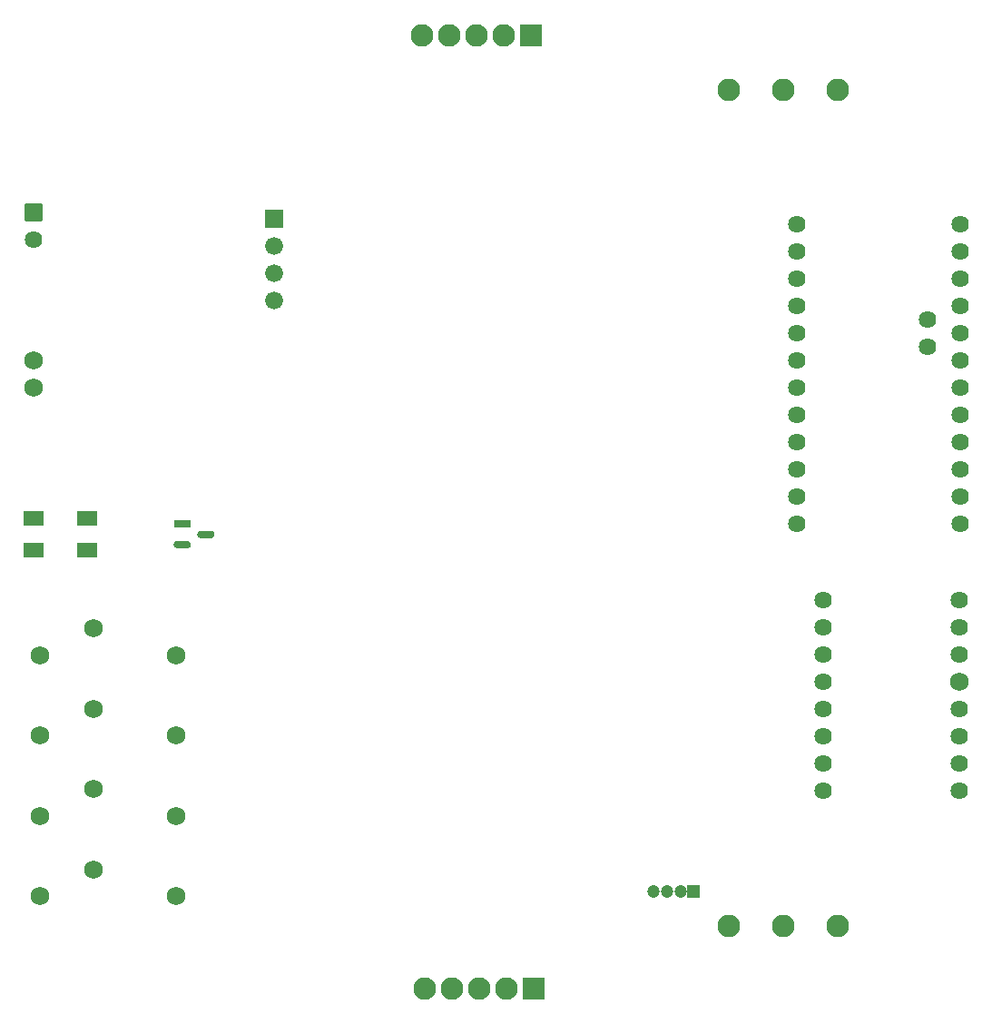
<source format=gts>
G04 Layer: TopSolderMaskLayer*
G04 EasyEDA v6.5.47, 2024-11-20 18:03:06*
G04 98833bf8f3114fe38780f31a112c5de4,28dbc4cd0de04f76b295d4d1f3f9c80b,10*
G04 Gerber Generator version 0.2*
G04 Scale: 100 percent, Rotated: No, Reflected: No *
G04 Dimensions in millimeters *
G04 leading zeros omitted , absolute positions ,4 integer and 5 decimal *
%FSLAX45Y45*%
%MOMM*%

%AMMACRO1*4,1,8,-0.5422,-0.6016,-0.6016,-0.5419,-0.6016,0.5422,-0.5422,0.6016,0.5419,0.6016,0.6016,0.5422,0.6016,-0.5419,0.5419,-0.6016,-0.5422,-0.6016,0*%
%AMMACRO2*4,1,8,-1.0211,-1.0508,-1.0508,-1.0208,-1.0508,1.0211,-1.0211,1.0508,1.0208,1.0508,1.0508,1.0211,1.0508,-1.0208,1.0208,-1.0508,-1.0211,-1.0508,0*%
%AMMACRO3*4,1,8,-0.8085,-0.8382,-0.8382,-0.8082,-0.8382,0.8085,-0.8085,0.8382,0.8082,0.8382,0.8382,0.8085,0.8382,-0.8082,0.8082,-0.8382,-0.8085,-0.8382,0*%
%AMMACRO4*4,1,8,-0.7831,-0.8128,-0.8128,-0.7828,-0.8128,0.7831,-0.7831,0.8128,0.7828,0.8128,0.8128,0.7831,0.8128,-0.7828,0.7828,-0.8128,-0.7831,-0.8128,0*%
%AMMACRO5*4,1,8,-0.7736,-0.3368,-0.8033,-0.3068,-0.8033,0.3071,-0.7736,0.3368,0.7733,0.3368,0.8033,0.3071,0.8033,-0.3068,0.7733,-0.3368,-0.7736,-0.3368,0*%
%AMMACRO6*4,1,8,-0.8715,-0.6546,-0.9012,-0.6246,-0.9012,0.6248,-0.8715,0.6546,0.8712,0.6546,0.9012,0.6248,0.9012,-0.6246,0.8712,-0.6546,-0.8715,-0.6546,0*%
%ADD10C,1.7272*%
%ADD11MACRO1*%
%ADD12C,1.2032*%
%ADD13MACRO2*%
%ADD14C,2.1016*%
%ADD15MACRO3*%
%ADD16C,1.6764*%
%ADD17MACRO4*%
%ADD18C,1.6256*%
%ADD19MACRO5*%
%ADD20MACRO6*%
%ADD21C,2.1032*%

%LPD*%
D10*
G01*
X499998Y6126987D03*
G01*
X499998Y5872987D03*
D11*
G01*
X6660502Y1168387D03*
D12*
G01*
X6535521Y1168400D03*
G01*
X6410502Y1168400D03*
G01*
X6285509Y1168400D03*
D13*
G01*
X5143500Y9156700D03*
D14*
G01*
X4889500Y9156700D03*
G01*
X4635500Y9156700D03*
G01*
X4381500Y9156700D03*
G01*
X4127500Y9156700D03*
D13*
G01*
X5168900Y266700D03*
D14*
G01*
X4914900Y266700D03*
G01*
X4660900Y266700D03*
G01*
X4406900Y266700D03*
G01*
X4152900Y266700D03*
D15*
G01*
X2743200Y7442200D03*
D16*
G01*
X2743200Y7188200D03*
G01*
X2743200Y6934200D03*
G01*
X2743200Y6680200D03*
D17*
G01*
X499999Y7499984D03*
D18*
G01*
X499998Y7245985D03*
D19*
G01*
X1890001Y4594987D03*
G36*
X1843049Y4371314D02*
G01*
X1839595Y4371517D01*
X1838960Y4371594D01*
X1835556Y4372229D01*
X1834997Y4372381D01*
X1831695Y4373397D01*
X1831111Y4373626D01*
X1827961Y4375048D01*
X1827428Y4375327D01*
X1824481Y4377105D01*
X1823973Y4377461D01*
X1821256Y4379595D01*
X1820798Y4380001D01*
X1818360Y4382439D01*
X1817954Y4382896D01*
X1815820Y4385614D01*
X1815439Y4386122D01*
X1813661Y4389094D01*
X1813407Y4389628D01*
X1811985Y4392777D01*
X1811756Y4393311D01*
X1810715Y4396587D01*
X1810562Y4397247D01*
X1809953Y4400651D01*
X1809877Y4401235D01*
X1809673Y4404690D01*
X1809673Y4405299D01*
X1809877Y4408754D01*
X1809953Y4409363D01*
X1810562Y4412742D01*
X1810715Y4413351D01*
X1811756Y4416653D01*
X1811985Y4417212D01*
X1813407Y4420362D01*
X1813687Y4420895D01*
X1815464Y4423841D01*
X1815795Y4424349D01*
X1817928Y4427093D01*
X1818360Y4427550D01*
X1820798Y4429988D01*
X1821256Y4430395D01*
X1823973Y4432528D01*
X1824481Y4432884D01*
X1827428Y4434662D01*
X1827961Y4434941D01*
X1831111Y4436363D01*
X1831695Y4436592D01*
X1834997Y4437608D01*
X1835556Y4437761D01*
X1838960Y4438395D01*
X1839595Y4438472D01*
X1843049Y4438675D01*
X1936953Y4438675D01*
X1940407Y4438472D01*
X1941042Y4438395D01*
X1944420Y4437761D01*
X1944979Y4437608D01*
X1948281Y4436592D01*
X1948865Y4436363D01*
X1952015Y4434941D01*
X1952548Y4434687D01*
X1955520Y4432909D01*
X1956028Y4432528D01*
X1958746Y4430395D01*
X1959203Y4429988D01*
X1961641Y4427550D01*
X1962073Y4427093D01*
X1964207Y4424349D01*
X1964537Y4423841D01*
X1966315Y4420895D01*
X1966595Y4420362D01*
X1968017Y4417212D01*
X1968245Y4416628D01*
X1969261Y4413326D01*
X1969414Y4412767D01*
X1970049Y4409389D01*
X1970125Y4408754D01*
X1970328Y4405299D01*
X1970328Y4404690D01*
X1970125Y4401235D01*
X1970049Y4400600D01*
X1969414Y4397197D01*
X1969261Y4396638D01*
X1968245Y4393361D01*
X1968017Y4392777D01*
X1966595Y4389628D01*
X1966340Y4389094D01*
X1964563Y4386122D01*
X1964181Y4385614D01*
X1962048Y4382896D01*
X1961641Y4382439D01*
X1959203Y4380001D01*
X1958746Y4379595D01*
X1956028Y4377461D01*
X1955520Y4377080D01*
X1952548Y4375302D01*
X1952015Y4375048D01*
X1948865Y4373626D01*
X1948281Y4373397D01*
X1944979Y4372381D01*
X1944420Y4372229D01*
X1941042Y4371594D01*
X1940407Y4371517D01*
X1936953Y4371314D01*
G37*
G36*
X2063038Y4466310D02*
G01*
X2059584Y4466513D01*
X2058949Y4466589D01*
X2055571Y4467225D01*
X2055012Y4467377D01*
X2051710Y4468393D01*
X2051126Y4468621D01*
X2047976Y4470044D01*
X2047443Y4470298D01*
X2044471Y4472076D01*
X2043963Y4472457D01*
X2041245Y4474590D01*
X2040788Y4474997D01*
X2038350Y4477435D01*
X2037943Y4477893D01*
X2035809Y4480610D01*
X2035429Y4481118D01*
X2033650Y4484090D01*
X2033397Y4484623D01*
X2031974Y4487773D01*
X2031745Y4488357D01*
X2030729Y4491659D01*
X2030577Y4492218D01*
X2029942Y4495596D01*
X2029866Y4496231D01*
X2029663Y4499686D01*
X2029663Y4500295D01*
X2029866Y4503750D01*
X2029942Y4504385D01*
X2030577Y4507763D01*
X2030729Y4508322D01*
X2031745Y4511624D01*
X2031974Y4512208D01*
X2033397Y4515357D01*
X2033650Y4515891D01*
X2035429Y4518863D01*
X2035809Y4519371D01*
X2037943Y4522088D01*
X2038350Y4522546D01*
X2040788Y4524984D01*
X2041245Y4525390D01*
X2043963Y4527524D01*
X2044471Y4527905D01*
X2047443Y4529683D01*
X2047976Y4529937D01*
X2051126Y4531360D01*
X2051710Y4531588D01*
X2055012Y4532604D01*
X2055571Y4532756D01*
X2058949Y4533392D01*
X2059584Y4533468D01*
X2063038Y4533671D01*
X2156942Y4533671D01*
X2160397Y4533468D01*
X2161031Y4533392D01*
X2164435Y4532756D01*
X2164994Y4532604D01*
X2168296Y4531588D01*
X2168880Y4531360D01*
X2172030Y4529937D01*
X2172563Y4529658D01*
X2175509Y4527880D01*
X2176018Y4527524D01*
X2178735Y4525390D01*
X2179193Y4524984D01*
X2181631Y4522546D01*
X2182037Y4522088D01*
X2184171Y4519371D01*
X2184552Y4518863D01*
X2186330Y4515891D01*
X2186584Y4515357D01*
X2188006Y4512208D01*
X2188235Y4511649D01*
X2189276Y4508347D01*
X2189429Y4507737D01*
X2190038Y4504359D01*
X2190115Y4503750D01*
X2190318Y4500295D01*
X2190318Y4499686D01*
X2190115Y4496231D01*
X2190038Y4495622D01*
X2189429Y4492244D01*
X2189276Y4491634D01*
X2188235Y4488332D01*
X2188006Y4487773D01*
X2186584Y4484623D01*
X2186330Y4484090D01*
X2184552Y4481118D01*
X2184171Y4480610D01*
X2182037Y4477893D01*
X2181631Y4477435D01*
X2179193Y4474997D01*
X2178735Y4474590D01*
X2176018Y4472457D01*
X2175509Y4472101D01*
X2172563Y4470323D01*
X2172030Y4470044D01*
X2168880Y4468621D01*
X2168296Y4468393D01*
X2164994Y4467377D01*
X2164435Y4467225D01*
X2161031Y4466589D01*
X2160397Y4466513D01*
X2156942Y4466310D01*
G37*
D10*
G01*
X1834997Y3375025D03*
G01*
X1065123Y3624961D03*
G01*
X564997Y3375025D03*
G01*
X1834997Y2625013D03*
G01*
X1065123Y2874949D03*
G01*
X564997Y2625013D03*
G01*
X1834997Y1875028D03*
G01*
X1065123Y2124963D03*
G01*
X564997Y1875028D03*
G01*
X1834997Y1125016D03*
G01*
X1065123Y1374952D03*
G01*
X564997Y1125016D03*
D20*
G01*
X999998Y4647869D03*
G01*
X999998Y4352112D03*
G01*
X499999Y4647869D03*
G01*
X499999Y4352112D03*
D21*
G01*
X6992238Y8649715D03*
G01*
X7499984Y8649970D03*
G01*
X8007984Y8649970D03*
G01*
X8007731Y850239D03*
G01*
X7499984Y849985D03*
G01*
X6991984Y849985D03*
D18*
G01*
X7864983Y2618994D03*
G01*
X7864983Y2364994D03*
G01*
X7864983Y2110994D03*
G01*
X7864983Y2872994D03*
G01*
X7864983Y3126994D03*
G01*
X7864983Y3380994D03*
G01*
X7864983Y3634994D03*
G01*
X7864983Y3888994D03*
G01*
X9134983Y3888994D03*
G01*
X9134983Y3634994D03*
G01*
X9134983Y3380994D03*
D10*
G01*
X9134983Y3126994D03*
D18*
G01*
X9134983Y2872994D03*
G01*
X9134983Y2618994D03*
G01*
X9134983Y2364994D03*
G01*
X9134983Y2110994D03*
G01*
X9142984Y5610987D03*
G01*
X9142984Y5864987D03*
G01*
X9142984Y6118987D03*
G01*
X9142984Y6372987D03*
G01*
X8842984Y6245987D03*
G01*
X8842984Y6499987D03*
G01*
X7618984Y6372987D03*
G01*
X7618984Y6118987D03*
G01*
X7618984Y5864987D03*
G01*
X7618984Y5610987D03*
G01*
X7618984Y5356987D03*
G01*
X7618984Y5102987D03*
G01*
X7618984Y4848987D03*
G01*
X7618984Y4594987D03*
G01*
X9142984Y4594987D03*
G01*
X9142984Y4848987D03*
G01*
X9142984Y5102987D03*
G01*
X9142984Y5356987D03*
G01*
X7618984Y6626987D03*
G01*
X9142984Y7134987D03*
G01*
X9142984Y7388987D03*
G01*
X9142984Y6880987D03*
G01*
X7618984Y6880987D03*
G01*
X7618984Y7134987D03*
G01*
X7618984Y7388987D03*
G01*
X9142984Y6626987D03*
M02*

</source>
